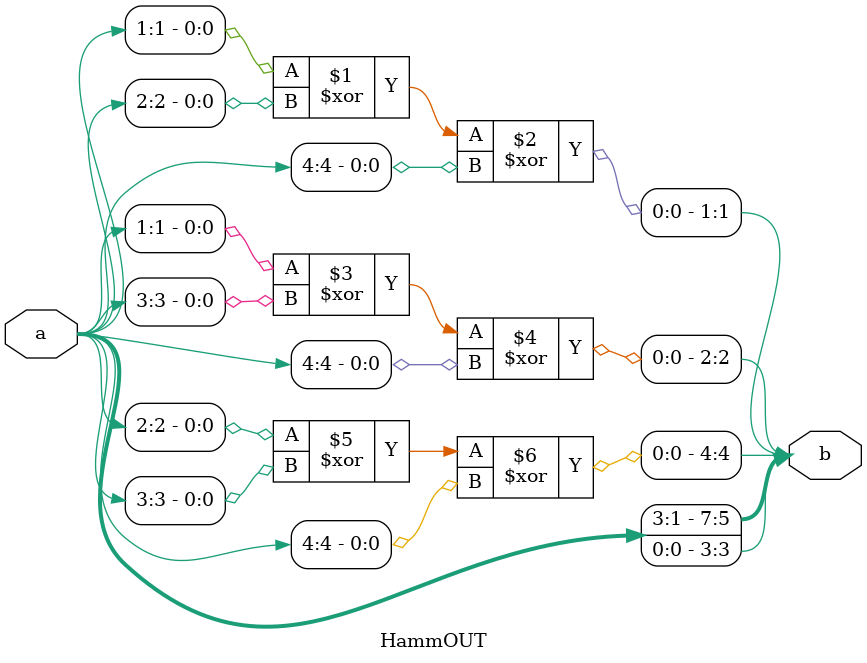
<source format=v>
`timescale 1ns / 1ps
module HammOUT(
   input [4:1]a,
   output [7:1]b
	 ); //En el codigo generador de hamming se crean 3 bits nuevos que seran los "comprobados" en el corrector
assign b[1] = b[3] ^ b[5] ^ b[7] ; //Para crear esos nuevos bits usamos puertas XOR (^) que nos indican imparidad.
assign b[2] = b[3] ^ b[6] ^ b[7] ;
assign b[3] = a[1];
assign b[4] = b[5] ^ b[6] ^ b[7];
assign b[5] = a[2];
assign b[6] = a[3];
assign b[7] = a[4];

endmodule

</source>
